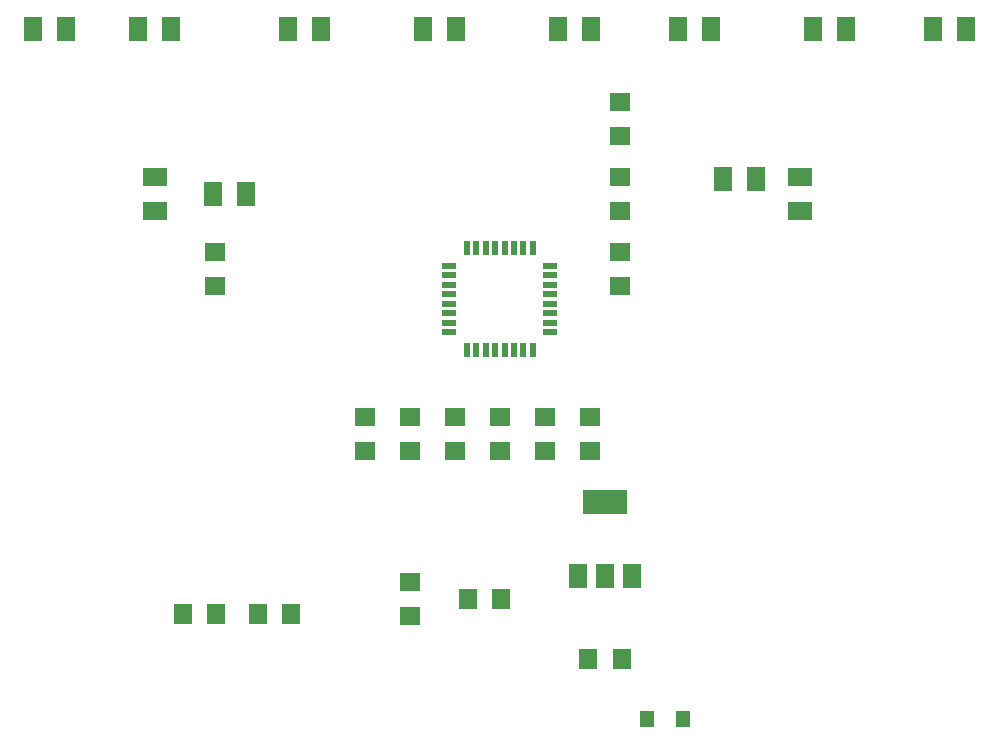
<source format=gtp>
G75*
%MOIN*%
%OFA0B0*%
%FSLAX25Y25*%
%IPPOS*%
%LPD*%
%AMOC8*
5,1,8,0,0,1.08239X$1,22.5*
%
%ADD10R,0.05000X0.02200*%
%ADD11R,0.02200X0.05000*%
%ADD12R,0.07098X0.06299*%
%ADD13R,0.06299X0.07874*%
%ADD14R,0.04724X0.05512*%
%ADD15R,0.06299X0.07098*%
%ADD16R,0.06299X0.07087*%
%ADD17R,0.05900X0.07900*%
%ADD18R,0.15000X0.07900*%
%ADD19R,0.07087X0.06299*%
%ADD20R,0.07874X0.06299*%
D10*
X0189900Y0195776D03*
X0189900Y0198926D03*
X0189900Y0202076D03*
X0189900Y0205225D03*
X0189900Y0208375D03*
X0189900Y0211524D03*
X0189900Y0214674D03*
X0189900Y0217824D03*
X0223700Y0217824D03*
X0223700Y0214674D03*
X0223700Y0211524D03*
X0223700Y0208375D03*
X0223700Y0205225D03*
X0223700Y0202076D03*
X0223700Y0198926D03*
X0223700Y0195776D03*
D11*
X0217824Y0189900D03*
X0214674Y0189900D03*
X0211524Y0189900D03*
X0208375Y0189900D03*
X0205225Y0189900D03*
X0202076Y0189900D03*
X0198926Y0189900D03*
X0195776Y0189900D03*
X0195776Y0223700D03*
X0198926Y0223700D03*
X0202076Y0223700D03*
X0205225Y0223700D03*
X0208375Y0223700D03*
X0211524Y0223700D03*
X0214674Y0223700D03*
X0217824Y0223700D03*
D12*
X0221800Y0167398D03*
X0221800Y0156202D03*
X0236800Y0156202D03*
X0236800Y0167398D03*
X0206800Y0167398D03*
X0206800Y0156202D03*
X0191800Y0156202D03*
X0191800Y0167398D03*
X0176800Y0167398D03*
X0176800Y0156202D03*
X0161800Y0156202D03*
X0161800Y0167398D03*
X0111800Y0211202D03*
X0111800Y0222398D03*
D13*
X0111288Y0241800D03*
X0122312Y0241800D03*
X0136288Y0296800D03*
X0147312Y0296800D03*
X0181288Y0296800D03*
X0192312Y0296800D03*
X0226288Y0296800D03*
X0237312Y0296800D03*
X0266288Y0296800D03*
X0277312Y0296800D03*
X0311288Y0296800D03*
X0322312Y0296800D03*
X0351288Y0296800D03*
X0362312Y0296800D03*
X0292312Y0246800D03*
X0281288Y0246800D03*
X0097312Y0296800D03*
X0086288Y0296800D03*
X0062312Y0296800D03*
X0051288Y0296800D03*
D14*
X0255894Y0066800D03*
X0267706Y0066800D03*
D15*
X0247398Y0086800D03*
X0236202Y0086800D03*
D16*
X0101288Y0101800D03*
X0112312Y0101800D03*
X0126288Y0101800D03*
X0137312Y0101800D03*
X0196288Y0106800D03*
X0207312Y0106800D03*
D17*
X0232900Y0114400D03*
X0241900Y0114400D03*
X0250900Y0114400D03*
D18*
X0241800Y0139200D03*
D19*
X0176800Y0112312D03*
X0176800Y0101288D03*
X0246800Y0211288D03*
X0246800Y0222312D03*
X0246800Y0236288D03*
X0246800Y0247312D03*
X0246800Y0261288D03*
X0246800Y0272312D03*
D20*
X0306800Y0247312D03*
X0306800Y0236288D03*
X0091800Y0236288D03*
X0091800Y0247312D03*
M02*

</source>
